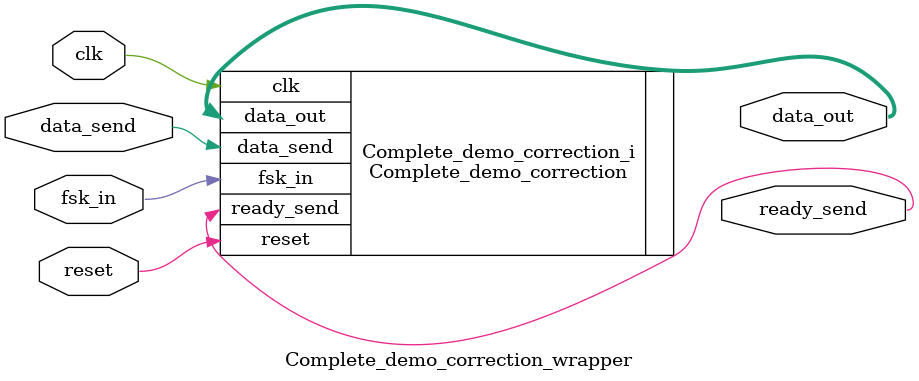
<source format=v>
`timescale 1 ps / 1 ps

module Complete_demo_correction_wrapper
   (clk,
    data_out,
    data_send,
    fsk_in,
    ready_send,
    reset);
  input clk;
  output [127:0]data_out;
  input data_send;
  input fsk_in;
  output ready_send;
  input reset;

  wire clk;
  wire [127:0]data_out;
  wire data_send;
  wire fsk_in;
  wire ready_send;
  wire reset;

  Complete_demo_correction Complete_demo_correction_i
       (.clk(clk),
        .data_out(data_out),
        .data_send(data_send),
        .fsk_in(fsk_in),
        .ready_send(ready_send),
        .reset(reset));
endmodule

</source>
